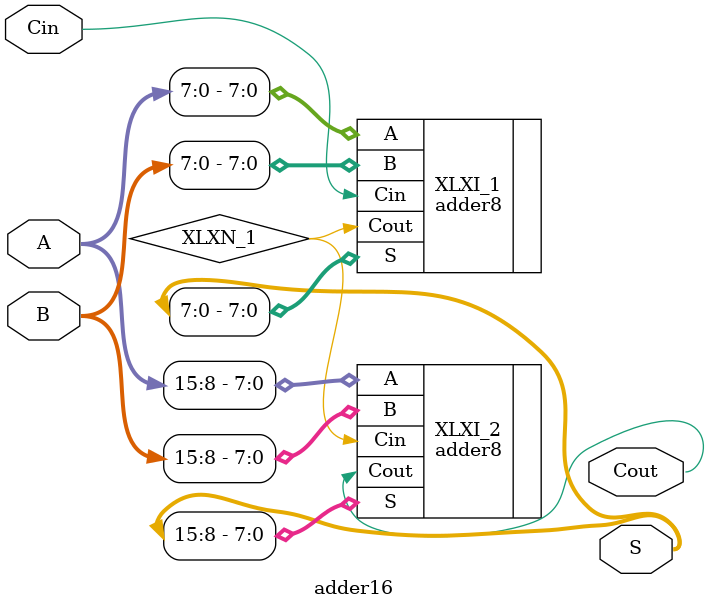
<source format=v>
`timescale 1ns / 1ps

module adder16(A, 
               B, 
               Cin, 
               Cout, 
               S);

    input [15:0] A;
    input [15:0] B;
    input Cin;
   output Cout;
   output [15:0] S;
   
   wire XLXN_1;
   
   adder8 XLXI_1 (.A(A[7:0]), 
                  .B(B[7:0]), 
                  .Cin(Cin), 
                  .Cout(XLXN_1), 
                  .S(S[7:0]));
   adder8 XLXI_2 (.A(A[15:8]), 
                  .B(B[15:8]), 
                  .Cin(XLXN_1), 
                  .Cout(Cout), 
                  .S(S[15:8]));
endmodule

</source>
